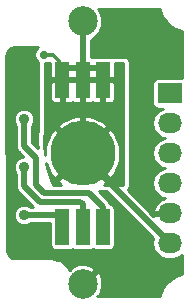
<source format=gbr>
G04 #@! TF.GenerationSoftware,KiCad,Pcbnew,(5.0.0)*
G04 #@! TF.CreationDate,2018-11-06T13:04:42+03:00*
G04 #@! TF.ProjectId,NeoP_6W,4E656F505F36572E6B696361645F7063,rev?*
G04 #@! TF.SameCoordinates,Original*
G04 #@! TF.FileFunction,Copper,L2,Bot,Signal*
G04 #@! TF.FilePolarity,Positive*
%FSLAX46Y46*%
G04 Gerber Fmt 4.6, Leading zero omitted, Abs format (unit mm)*
G04 Created by KiCad (PCBNEW (5.0.0)) date 11/06/18 13:04:42*
%MOMM*%
%LPD*%
G01*
G04 APERTURE LIST*
G04 #@! TA.AperFunction,ComponentPad*
%ADD10C,2.500000*%
G04 #@! TD*
G04 #@! TA.AperFunction,SMDPad,CuDef*
%ADD11R,1.200000X3.100000*%
G04 #@! TD*
G04 #@! TA.AperFunction,BGAPad,CuDef*
%ADD12C,5.500000*%
G04 #@! TD*
G04 #@! TA.AperFunction,ComponentPad*
%ADD13R,2.032000X1.727200*%
G04 #@! TD*
G04 #@! TA.AperFunction,ComponentPad*
%ADD14O,2.032000X1.727200*%
G04 #@! TD*
G04 #@! TA.AperFunction,ViaPad*
%ADD15C,0.700000*%
G04 #@! TD*
G04 #@! TA.AperFunction,ViaPad*
%ADD16C,0.900000*%
G04 #@! TD*
G04 #@! TA.AperFunction,Conductor*
%ADD17C,0.500000*%
G04 #@! TD*
G04 #@! TA.AperFunction,Conductor*
%ADD18C,0.300000*%
G04 #@! TD*
G04 #@! TA.AperFunction,Conductor*
%ADD19C,0.254000*%
G04 #@! TD*
G04 APERTURE END LIST*
D10*
G04 #@! TO.P,J?,*
G04 #@! TO.N,GND*
X114300000Y-100584000D03*
G04 #@! TD*
D11*
G04 #@! TO.P,D1,4*
G04 #@! TO.N,+5V*
X112600000Y-83315000D03*
G04 #@! TO.P,D1,5*
X114300000Y-83315000D03*
G04 #@! TO.P,D1,6*
X116000000Y-83315000D03*
D12*
G04 #@! TO.P,D1,*
X114300000Y-89535000D03*
D11*
G04 #@! TO.P,D1,1*
G04 #@! TO.N,Net-(D1-Pad1)*
X116000000Y-95755000D03*
G04 #@! TO.P,D1,2*
G04 #@! TO.N,Net-(D1-Pad2)*
X114300000Y-95755000D03*
G04 #@! TO.P,D1,3*
G04 #@! TO.N,Net-(D1-Pad3)*
X112600000Y-95755000D03*
G04 #@! TD*
D13*
G04 #@! TO.P,J1,1*
G04 #@! TO.N,TC*
X121666000Y-84455000D03*
D14*
G04 #@! TO.P,J1,2*
G04 #@! TO.N,B*
X121666000Y-86995000D03*
G04 #@! TO.P,J1,3*
G04 #@! TO.N,G*
X121666000Y-89535000D03*
G04 #@! TO.P,J1,4*
G04 #@! TO.N,R*
X121666000Y-92075000D03*
G04 #@! TO.P,J1,5*
G04 #@! TO.N,GND*
X121666000Y-94615000D03*
G04 #@! TO.P,J1,6*
G04 #@! TO.N,+5V*
X121666000Y-97155000D03*
G04 #@! TD*
D10*
G04 #@! TO.P,J?,*
G04 #@! TO.N,+5V*
X114300000Y-78359000D03*
G04 #@! TD*
D15*
G04 #@! TO.N,GND*
X108712000Y-83836000D03*
X111252000Y-95901000D03*
X117348000Y-95901000D03*
X119888000Y-83693000D03*
X109855000Y-83836000D03*
X119634000Y-87455500D03*
X119380000Y-91329000D03*
X121920000Y-81280000D03*
X119380000Y-78740000D03*
X118110000Y-100330000D03*
G04 #@! TO.N,+5V*
X110998000Y-81169000D03*
D16*
G04 #@! TO.N,Net-(D1-Pad2)*
X109347000Y-90694000D03*
G04 #@! TO.N,Net-(D1-Pad3)*
X109363000Y-94742000D03*
G04 #@! TO.N,Net-(D1-Pad1)*
X109347000Y-86630000D03*
G04 #@! TD*
D17*
G04 #@! TO.N,+5V*
X114300000Y-82315000D02*
X114300000Y-88535000D01*
X114300000Y-88535000D02*
X114300000Y-88908000D01*
X116000000Y-82315000D02*
X114300000Y-82315000D01*
X114300000Y-82315000D02*
X112600000Y-82315000D01*
X114300000Y-78359000D02*
X114300000Y-83315000D01*
X112282000Y-81997000D02*
X112600000Y-82315000D01*
D18*
X111760000Y-81169000D02*
X112282000Y-81691000D01*
X110998000Y-81169000D02*
X111760000Y-81169000D01*
X112282000Y-82997000D02*
X112600000Y-83315000D01*
X112282000Y-81691000D02*
X112282000Y-82997000D01*
D17*
X114300000Y-89789000D02*
X121666000Y-97155000D01*
X114300000Y-89535000D02*
X114300000Y-89789000D01*
G04 #@! TO.N,Net-(D1-Pad2)*
X109347000Y-90694000D02*
X109347000Y-92329000D01*
X109347000Y-92329000D02*
X110672999Y-93654999D01*
X114101999Y-93654999D02*
X114300000Y-93853000D01*
X110672999Y-93654999D02*
X114101999Y-93654999D01*
X114300000Y-94755000D02*
X114300000Y-93853000D01*
G04 #@! TO.N,Net-(D1-Pad3)*
X112587000Y-94742000D02*
X112600000Y-94755000D01*
X109363000Y-94742000D02*
X112587000Y-94742000D01*
G04 #@! TO.N,Net-(D1-Pad1)*
X116000000Y-95755000D02*
X116000000Y-96696000D01*
X109347000Y-86630000D02*
X109347000Y-88916000D01*
X116000000Y-95755000D02*
X116000000Y-94029000D01*
X116000000Y-94029000D02*
X114825989Y-92854989D01*
X114825989Y-92854989D02*
X111004373Y-92854989D01*
X110363000Y-92213616D02*
X110363000Y-89932000D01*
X111004373Y-92854989D02*
X110363000Y-92213616D01*
X109347000Y-88916000D02*
X110363000Y-89932000D01*
G04 #@! TD*
D19*
G04 #@! TO.N,GND*
G36*
X110339291Y-80728865D02*
X110221000Y-81014445D01*
X110221000Y-81323555D01*
X110339291Y-81609135D01*
X110557865Y-81827709D01*
X110571000Y-81833150D01*
X110571000Y-86852768D01*
X110445085Y-88615578D01*
X110446925Y-88695891D01*
X110495273Y-89106852D01*
X110024000Y-88635579D01*
X110024000Y-87193264D01*
X110090484Y-87126780D01*
X110224000Y-86804446D01*
X110224000Y-86455554D01*
X110090484Y-86133220D01*
X109843780Y-85886516D01*
X109521446Y-85753000D01*
X109172554Y-85753000D01*
X108850220Y-85886516D01*
X108603516Y-86133220D01*
X108470000Y-86455554D01*
X108470000Y-86804446D01*
X108603516Y-87126780D01*
X108670000Y-87193264D01*
X108670001Y-88849319D01*
X108656737Y-88916000D01*
X108703538Y-89151281D01*
X108709281Y-89180152D01*
X108858911Y-89404090D01*
X108915441Y-89441862D01*
X109290579Y-89817000D01*
X109172554Y-89817000D01*
X108850220Y-89950516D01*
X108603516Y-90197220D01*
X108470000Y-90519554D01*
X108470000Y-90868446D01*
X108603516Y-91190780D01*
X108670000Y-91257264D01*
X108670001Y-92262319D01*
X108656737Y-92329000D01*
X108689241Y-92492406D01*
X108709281Y-92593152D01*
X108858911Y-92817090D01*
X108915441Y-92854862D01*
X110125578Y-94065000D01*
X109926264Y-94065000D01*
X109859780Y-93998516D01*
X109537446Y-93865000D01*
X109188554Y-93865000D01*
X108866220Y-93998516D01*
X108619516Y-94245220D01*
X108486000Y-94567554D01*
X108486000Y-94916446D01*
X108619516Y-95238780D01*
X108866220Y-95485484D01*
X109188554Y-95619000D01*
X109537446Y-95619000D01*
X109859780Y-95485484D01*
X109926264Y-95419000D01*
X111564635Y-95419000D01*
X111564635Y-97305000D01*
X111597775Y-97471607D01*
X111692150Y-97612850D01*
X111833393Y-97707225D01*
X112000000Y-97740365D01*
X113200000Y-97740365D01*
X113366607Y-97707225D01*
X113450000Y-97651504D01*
X113533393Y-97707225D01*
X113700000Y-97740365D01*
X114900000Y-97740365D01*
X115066607Y-97707225D01*
X115150000Y-97651504D01*
X115233393Y-97707225D01*
X115400000Y-97740365D01*
X116600000Y-97740365D01*
X116766607Y-97707225D01*
X116907850Y-97612850D01*
X117002225Y-97471607D01*
X117035365Y-97305000D01*
X117035365Y-94205000D01*
X117002225Y-94038393D01*
X116907850Y-93897150D01*
X116766607Y-93802775D01*
X116640265Y-93777644D01*
X116637720Y-93764848D01*
X116488090Y-93540910D01*
X116431563Y-93503140D01*
X115684422Y-92756000D01*
X116309579Y-92756000D01*
X120282474Y-96728896D01*
X120197716Y-97155000D01*
X120297882Y-97658567D01*
X120583130Y-98085470D01*
X121010033Y-98370718D01*
X121386489Y-98445600D01*
X121945511Y-98445600D01*
X122321967Y-98370718D01*
X122688001Y-98126142D01*
X122688001Y-99765876D01*
X122247109Y-99897731D01*
X122185264Y-99926308D01*
X122123070Y-99954128D01*
X122117903Y-99957433D01*
X121664659Y-100251211D01*
X121613311Y-100296005D01*
X121561434Y-100340155D01*
X121557402Y-100344777D01*
X121204830Y-100753957D01*
X121168139Y-100811329D01*
X121130718Y-100868297D01*
X121128146Y-100873865D01*
X120904589Y-101365553D01*
X120885471Y-101430931D01*
X120865547Y-101496098D01*
X120864641Y-101502164D01*
X120849770Y-101606000D01*
X115550119Y-101606000D01*
X115754129Y-101483506D01*
X115987666Y-100858564D01*
X115964271Y-100191822D01*
X115754129Y-99684494D01*
X115519806Y-99543799D01*
X114479605Y-100584000D01*
X114493748Y-100598143D01*
X114314143Y-100777748D01*
X114300000Y-100763605D01*
X114285858Y-100777748D01*
X114106253Y-100598143D01*
X114120395Y-100584000D01*
X114106253Y-100569858D01*
X114285858Y-100390253D01*
X114300000Y-100404395D01*
X115340201Y-99364194D01*
X115199506Y-99129871D01*
X114574564Y-98896334D01*
X113907822Y-98919729D01*
X113400494Y-99129871D01*
X113259800Y-99364192D01*
X113182514Y-99286906D01*
X113137166Y-99332254D01*
X113116060Y-99281298D01*
X113116059Y-99281297D01*
X112895821Y-98951689D01*
X112895819Y-98951684D01*
X112826567Y-98882433D01*
X112757316Y-98813181D01*
X112757311Y-98813179D01*
X112427703Y-98592941D01*
X112427702Y-98592940D01*
X112352746Y-98561893D01*
X112246743Y-98517984D01*
X112246741Y-98517984D01*
X111857935Y-98440646D01*
X111857933Y-98440646D01*
X111809439Y-98431000D01*
X108631349Y-98431000D01*
X108357350Y-98379970D01*
X108160224Y-98258461D01*
X108020061Y-98074136D01*
X107945986Y-97818338D01*
X107943905Y-97775785D01*
X107817337Y-81322010D01*
X107870594Y-81019976D01*
X108002610Y-80791318D01*
X108204873Y-80621599D01*
X108474055Y-80523624D01*
X108606920Y-80512000D01*
X110556156Y-80512000D01*
X110339291Y-80728865D01*
X110339291Y-80728865D01*
G37*
X110339291Y-80728865D02*
X110221000Y-81014445D01*
X110221000Y-81323555D01*
X110339291Y-81609135D01*
X110557865Y-81827709D01*
X110571000Y-81833150D01*
X110571000Y-86852768D01*
X110445085Y-88615578D01*
X110446925Y-88695891D01*
X110495273Y-89106852D01*
X110024000Y-88635579D01*
X110024000Y-87193264D01*
X110090484Y-87126780D01*
X110224000Y-86804446D01*
X110224000Y-86455554D01*
X110090484Y-86133220D01*
X109843780Y-85886516D01*
X109521446Y-85753000D01*
X109172554Y-85753000D01*
X108850220Y-85886516D01*
X108603516Y-86133220D01*
X108470000Y-86455554D01*
X108470000Y-86804446D01*
X108603516Y-87126780D01*
X108670000Y-87193264D01*
X108670001Y-88849319D01*
X108656737Y-88916000D01*
X108703538Y-89151281D01*
X108709281Y-89180152D01*
X108858911Y-89404090D01*
X108915441Y-89441862D01*
X109290579Y-89817000D01*
X109172554Y-89817000D01*
X108850220Y-89950516D01*
X108603516Y-90197220D01*
X108470000Y-90519554D01*
X108470000Y-90868446D01*
X108603516Y-91190780D01*
X108670000Y-91257264D01*
X108670001Y-92262319D01*
X108656737Y-92329000D01*
X108689241Y-92492406D01*
X108709281Y-92593152D01*
X108858911Y-92817090D01*
X108915441Y-92854862D01*
X110125578Y-94065000D01*
X109926264Y-94065000D01*
X109859780Y-93998516D01*
X109537446Y-93865000D01*
X109188554Y-93865000D01*
X108866220Y-93998516D01*
X108619516Y-94245220D01*
X108486000Y-94567554D01*
X108486000Y-94916446D01*
X108619516Y-95238780D01*
X108866220Y-95485484D01*
X109188554Y-95619000D01*
X109537446Y-95619000D01*
X109859780Y-95485484D01*
X109926264Y-95419000D01*
X111564635Y-95419000D01*
X111564635Y-97305000D01*
X111597775Y-97471607D01*
X111692150Y-97612850D01*
X111833393Y-97707225D01*
X112000000Y-97740365D01*
X113200000Y-97740365D01*
X113366607Y-97707225D01*
X113450000Y-97651504D01*
X113533393Y-97707225D01*
X113700000Y-97740365D01*
X114900000Y-97740365D01*
X115066607Y-97707225D01*
X115150000Y-97651504D01*
X115233393Y-97707225D01*
X115400000Y-97740365D01*
X116600000Y-97740365D01*
X116766607Y-97707225D01*
X116907850Y-97612850D01*
X117002225Y-97471607D01*
X117035365Y-97305000D01*
X117035365Y-94205000D01*
X117002225Y-94038393D01*
X116907850Y-93897150D01*
X116766607Y-93802775D01*
X116640265Y-93777644D01*
X116637720Y-93764848D01*
X116488090Y-93540910D01*
X116431563Y-93503140D01*
X115684422Y-92756000D01*
X116309579Y-92756000D01*
X120282474Y-96728896D01*
X120197716Y-97155000D01*
X120297882Y-97658567D01*
X120583130Y-98085470D01*
X121010033Y-98370718D01*
X121386489Y-98445600D01*
X121945511Y-98445600D01*
X122321967Y-98370718D01*
X122688001Y-98126142D01*
X122688001Y-99765876D01*
X122247109Y-99897731D01*
X122185264Y-99926308D01*
X122123070Y-99954128D01*
X122117903Y-99957433D01*
X121664659Y-100251211D01*
X121613311Y-100296005D01*
X121561434Y-100340155D01*
X121557402Y-100344777D01*
X121204830Y-100753957D01*
X121168139Y-100811329D01*
X121130718Y-100868297D01*
X121128146Y-100873865D01*
X120904589Y-101365553D01*
X120885471Y-101430931D01*
X120865547Y-101496098D01*
X120864641Y-101502164D01*
X120849770Y-101606000D01*
X115550119Y-101606000D01*
X115754129Y-101483506D01*
X115987666Y-100858564D01*
X115964271Y-100191822D01*
X115754129Y-99684494D01*
X115519806Y-99543799D01*
X114479605Y-100584000D01*
X114493748Y-100598143D01*
X114314143Y-100777748D01*
X114300000Y-100763605D01*
X114285858Y-100777748D01*
X114106253Y-100598143D01*
X114120395Y-100584000D01*
X114106253Y-100569858D01*
X114285858Y-100390253D01*
X114300000Y-100404395D01*
X115340201Y-99364194D01*
X115199506Y-99129871D01*
X114574564Y-98896334D01*
X113907822Y-98919729D01*
X113400494Y-99129871D01*
X113259800Y-99364192D01*
X113182514Y-99286906D01*
X113137166Y-99332254D01*
X113116060Y-99281298D01*
X113116059Y-99281297D01*
X112895821Y-98951689D01*
X112895819Y-98951684D01*
X112826567Y-98882433D01*
X112757316Y-98813181D01*
X112757311Y-98813179D01*
X112427703Y-98592941D01*
X112427702Y-98592940D01*
X112352746Y-98561893D01*
X112246743Y-98517984D01*
X112246741Y-98517984D01*
X111857935Y-98440646D01*
X111857933Y-98440646D01*
X111809439Y-98431000D01*
X108631349Y-98431000D01*
X108357350Y-98379970D01*
X108160224Y-98258461D01*
X108020061Y-98074136D01*
X107945986Y-97818338D01*
X107943905Y-97775785D01*
X107817337Y-81322010D01*
X107870594Y-81019976D01*
X108002610Y-80791318D01*
X108204873Y-80621599D01*
X108474055Y-80523624D01*
X108606920Y-80512000D01*
X110556156Y-80512000D01*
X110339291Y-80728865D01*
G36*
X120979731Y-77777891D02*
X121008307Y-77839735D01*
X121036128Y-77901931D01*
X121039431Y-77907094D01*
X121039433Y-77907098D01*
X121039436Y-77907101D01*
X121333211Y-78360342D01*
X121378003Y-78411688D01*
X121422155Y-78463566D01*
X121426777Y-78467598D01*
X121835956Y-78820169D01*
X121893318Y-78856854D01*
X121950297Y-78894282D01*
X121955865Y-78896854D01*
X122447553Y-79120411D01*
X122512921Y-79139526D01*
X122578098Y-79159453D01*
X122584164Y-79160359D01*
X122688000Y-79175230D01*
X122688000Y-83157229D01*
X122682000Y-83156035D01*
X120650000Y-83156035D01*
X120483393Y-83189175D01*
X120342150Y-83283550D01*
X120247775Y-83424793D01*
X120214635Y-83591400D01*
X120214635Y-85318600D01*
X120247775Y-85485207D01*
X120342150Y-85626450D01*
X120483393Y-85720825D01*
X120650000Y-85753965D01*
X121137310Y-85753965D01*
X121010033Y-85779282D01*
X120583130Y-86064530D01*
X120297882Y-86491433D01*
X120197716Y-86995000D01*
X120297882Y-87498567D01*
X120583130Y-87925470D01*
X121010033Y-88210718D01*
X121282926Y-88265000D01*
X121010033Y-88319282D01*
X120583130Y-88604530D01*
X120297882Y-89031433D01*
X120197716Y-89535000D01*
X120297882Y-90038567D01*
X120583130Y-90465470D01*
X121010033Y-90750718D01*
X121282926Y-90805000D01*
X121010033Y-90859282D01*
X120583130Y-91144530D01*
X120297882Y-91571433D01*
X120197716Y-92075000D01*
X120297882Y-92578567D01*
X120583130Y-93005470D01*
X121010033Y-93290718D01*
X121298860Y-93348169D01*
X120860269Y-93500248D01*
X120483404Y-93835122D01*
X120264943Y-94288649D01*
X120336582Y-94488000D01*
X121539000Y-94488000D01*
X121539000Y-94468000D01*
X121793000Y-94468000D01*
X121793000Y-94488000D01*
X121813000Y-94488000D01*
X121813000Y-94742000D01*
X121793000Y-94742000D01*
X121793000Y-94762000D01*
X121539000Y-94762000D01*
X121539000Y-94742000D01*
X120336582Y-94742000D01*
X120303230Y-94834808D01*
X118122820Y-92654398D01*
X118157935Y-92630935D01*
X118250497Y-92492406D01*
X118283000Y-92329000D01*
X118283000Y-81788000D01*
X118250497Y-81624594D01*
X118157935Y-81486065D01*
X118019406Y-81393503D01*
X117856000Y-81361000D01*
X116757683Y-81361000D01*
X116600000Y-81329635D01*
X115400000Y-81329635D01*
X115242317Y-81361000D01*
X115057683Y-81361000D01*
X114977000Y-81344951D01*
X114977000Y-79893749D01*
X115249944Y-79780692D01*
X115721692Y-79308944D01*
X115977000Y-78692576D01*
X115977000Y-78025424D01*
X115721692Y-77409056D01*
X115649636Y-77337000D01*
X120847877Y-77337000D01*
X120979731Y-77777891D01*
X120979731Y-77777891D01*
G37*
X120979731Y-77777891D02*
X121008307Y-77839735D01*
X121036128Y-77901931D01*
X121039431Y-77907094D01*
X121039433Y-77907098D01*
X121039436Y-77907101D01*
X121333211Y-78360342D01*
X121378003Y-78411688D01*
X121422155Y-78463566D01*
X121426777Y-78467598D01*
X121835956Y-78820169D01*
X121893318Y-78856854D01*
X121950297Y-78894282D01*
X121955865Y-78896854D01*
X122447553Y-79120411D01*
X122512921Y-79139526D01*
X122578098Y-79159453D01*
X122584164Y-79160359D01*
X122688000Y-79175230D01*
X122688000Y-83157229D01*
X122682000Y-83156035D01*
X120650000Y-83156035D01*
X120483393Y-83189175D01*
X120342150Y-83283550D01*
X120247775Y-83424793D01*
X120214635Y-83591400D01*
X120214635Y-85318600D01*
X120247775Y-85485207D01*
X120342150Y-85626450D01*
X120483393Y-85720825D01*
X120650000Y-85753965D01*
X121137310Y-85753965D01*
X121010033Y-85779282D01*
X120583130Y-86064530D01*
X120297882Y-86491433D01*
X120197716Y-86995000D01*
X120297882Y-87498567D01*
X120583130Y-87925470D01*
X121010033Y-88210718D01*
X121282926Y-88265000D01*
X121010033Y-88319282D01*
X120583130Y-88604530D01*
X120297882Y-89031433D01*
X120197716Y-89535000D01*
X120297882Y-90038567D01*
X120583130Y-90465470D01*
X121010033Y-90750718D01*
X121282926Y-90805000D01*
X121010033Y-90859282D01*
X120583130Y-91144530D01*
X120297882Y-91571433D01*
X120197716Y-92075000D01*
X120297882Y-92578567D01*
X120583130Y-93005470D01*
X121010033Y-93290718D01*
X121298860Y-93348169D01*
X120860269Y-93500248D01*
X120483404Y-93835122D01*
X120264943Y-94288649D01*
X120336582Y-94488000D01*
X121539000Y-94488000D01*
X121539000Y-94468000D01*
X121793000Y-94468000D01*
X121793000Y-94488000D01*
X121813000Y-94488000D01*
X121813000Y-94742000D01*
X121793000Y-94742000D01*
X121793000Y-94762000D01*
X121539000Y-94762000D01*
X121539000Y-94742000D01*
X120336582Y-94742000D01*
X120303230Y-94834808D01*
X118122820Y-92654398D01*
X118157935Y-92630935D01*
X118250497Y-92492406D01*
X118283000Y-92329000D01*
X118283000Y-81788000D01*
X118250497Y-81624594D01*
X118157935Y-81486065D01*
X118019406Y-81393503D01*
X117856000Y-81361000D01*
X116757683Y-81361000D01*
X116600000Y-81329635D01*
X115400000Y-81329635D01*
X115242317Y-81361000D01*
X115057683Y-81361000D01*
X114977000Y-81344951D01*
X114977000Y-79893749D01*
X115249944Y-79780692D01*
X115721692Y-79308944D01*
X115977000Y-78692576D01*
X115977000Y-78025424D01*
X115721692Y-77409056D01*
X115649636Y-77337000D01*
X120847877Y-77337000D01*
X120979731Y-77777891D01*
G04 #@! TO.N,+5V*
G36*
X111573000Y-83081250D02*
X111679750Y-83188000D01*
X112473000Y-83188000D01*
X112473000Y-83168000D01*
X112727000Y-83168000D01*
X112727000Y-83188000D01*
X114173000Y-83188000D01*
X114173000Y-83168000D01*
X114427000Y-83168000D01*
X114427000Y-83188000D01*
X115873000Y-83188000D01*
X115873000Y-83168000D01*
X116127000Y-83168000D01*
X116127000Y-83188000D01*
X116920250Y-83188000D01*
X117027000Y-83081250D01*
X117027000Y-81915000D01*
X117729000Y-81915000D01*
X117729000Y-92202000D01*
X116121523Y-92202000D01*
X116423382Y-91837987D01*
X114300000Y-89714605D01*
X112176618Y-91837987D01*
X112458565Y-92177989D01*
X111834662Y-92177989D01*
X111249056Y-90772535D01*
X111199543Y-90351678D01*
X111606574Y-91334483D01*
X111606765Y-91334768D01*
X111997013Y-91658382D01*
X114120395Y-89535000D01*
X114479605Y-89535000D01*
X116602987Y-91658382D01*
X116993235Y-91334768D01*
X117476966Y-90167113D01*
X117477034Y-88903224D01*
X116993426Y-87735517D01*
X116993235Y-87735232D01*
X116602987Y-87411618D01*
X114479605Y-89535000D01*
X114120395Y-89535000D01*
X111997013Y-87411618D01*
X111606765Y-87735232D01*
X111123034Y-88902887D01*
X111122991Y-89700982D01*
X110998532Y-88643078D01*
X111099322Y-87232013D01*
X112176618Y-87232013D01*
X114300000Y-89355395D01*
X116423382Y-87232013D01*
X116099768Y-86841765D01*
X114932113Y-86358034D01*
X113668224Y-86357966D01*
X112500517Y-86841574D01*
X112500232Y-86841765D01*
X112176618Y-87232013D01*
X111099322Y-87232013D01*
X111124677Y-86877048D01*
X111125000Y-86868000D01*
X111125000Y-83548750D01*
X111573000Y-83548750D01*
X111573000Y-84949935D01*
X111638007Y-85106876D01*
X111758124Y-85226993D01*
X111915064Y-85292000D01*
X112366250Y-85292000D01*
X112473000Y-85185250D01*
X112473000Y-83442000D01*
X112727000Y-83442000D01*
X112727000Y-85185250D01*
X112833750Y-85292000D01*
X113284936Y-85292000D01*
X113441876Y-85226993D01*
X113450000Y-85218869D01*
X113458124Y-85226993D01*
X113615064Y-85292000D01*
X114066250Y-85292000D01*
X114173000Y-85185250D01*
X114173000Y-83442000D01*
X114427000Y-83442000D01*
X114427000Y-85185250D01*
X114533750Y-85292000D01*
X114984936Y-85292000D01*
X115141876Y-85226993D01*
X115150000Y-85218869D01*
X115158124Y-85226993D01*
X115315064Y-85292000D01*
X115766250Y-85292000D01*
X115873000Y-85185250D01*
X115873000Y-83442000D01*
X116127000Y-83442000D01*
X116127000Y-85185250D01*
X116233750Y-85292000D01*
X116684936Y-85292000D01*
X116841876Y-85226993D01*
X116961993Y-85106876D01*
X117027000Y-84949935D01*
X117027000Y-83548750D01*
X116920250Y-83442000D01*
X116127000Y-83442000D01*
X115873000Y-83442000D01*
X114427000Y-83442000D01*
X114173000Y-83442000D01*
X112727000Y-83442000D01*
X112473000Y-83442000D01*
X111679750Y-83442000D01*
X111573000Y-83548750D01*
X111125000Y-83548750D01*
X111125000Y-81915000D01*
X111573000Y-81915000D01*
X111573000Y-83081250D01*
X111573000Y-83081250D01*
G37*
X111573000Y-83081250D02*
X111679750Y-83188000D01*
X112473000Y-83188000D01*
X112473000Y-83168000D01*
X112727000Y-83168000D01*
X112727000Y-83188000D01*
X114173000Y-83188000D01*
X114173000Y-83168000D01*
X114427000Y-83168000D01*
X114427000Y-83188000D01*
X115873000Y-83188000D01*
X115873000Y-83168000D01*
X116127000Y-83168000D01*
X116127000Y-83188000D01*
X116920250Y-83188000D01*
X117027000Y-83081250D01*
X117027000Y-81915000D01*
X117729000Y-81915000D01*
X117729000Y-92202000D01*
X116121523Y-92202000D01*
X116423382Y-91837987D01*
X114300000Y-89714605D01*
X112176618Y-91837987D01*
X112458565Y-92177989D01*
X111834662Y-92177989D01*
X111249056Y-90772535D01*
X111199543Y-90351678D01*
X111606574Y-91334483D01*
X111606765Y-91334768D01*
X111997013Y-91658382D01*
X114120395Y-89535000D01*
X114479605Y-89535000D01*
X116602987Y-91658382D01*
X116993235Y-91334768D01*
X117476966Y-90167113D01*
X117477034Y-88903224D01*
X116993426Y-87735517D01*
X116993235Y-87735232D01*
X116602987Y-87411618D01*
X114479605Y-89535000D01*
X114120395Y-89535000D01*
X111997013Y-87411618D01*
X111606765Y-87735232D01*
X111123034Y-88902887D01*
X111122991Y-89700982D01*
X110998532Y-88643078D01*
X111099322Y-87232013D01*
X112176618Y-87232013D01*
X114300000Y-89355395D01*
X116423382Y-87232013D01*
X116099768Y-86841765D01*
X114932113Y-86358034D01*
X113668224Y-86357966D01*
X112500517Y-86841574D01*
X112500232Y-86841765D01*
X112176618Y-87232013D01*
X111099322Y-87232013D01*
X111124677Y-86877048D01*
X111125000Y-86868000D01*
X111125000Y-83548750D01*
X111573000Y-83548750D01*
X111573000Y-84949935D01*
X111638007Y-85106876D01*
X111758124Y-85226993D01*
X111915064Y-85292000D01*
X112366250Y-85292000D01*
X112473000Y-85185250D01*
X112473000Y-83442000D01*
X112727000Y-83442000D01*
X112727000Y-85185250D01*
X112833750Y-85292000D01*
X113284936Y-85292000D01*
X113441876Y-85226993D01*
X113450000Y-85218869D01*
X113458124Y-85226993D01*
X113615064Y-85292000D01*
X114066250Y-85292000D01*
X114173000Y-85185250D01*
X114173000Y-83442000D01*
X114427000Y-83442000D01*
X114427000Y-85185250D01*
X114533750Y-85292000D01*
X114984936Y-85292000D01*
X115141876Y-85226993D01*
X115150000Y-85218869D01*
X115158124Y-85226993D01*
X115315064Y-85292000D01*
X115766250Y-85292000D01*
X115873000Y-85185250D01*
X115873000Y-83442000D01*
X116127000Y-83442000D01*
X116127000Y-85185250D01*
X116233750Y-85292000D01*
X116684936Y-85292000D01*
X116841876Y-85226993D01*
X116961993Y-85106876D01*
X117027000Y-84949935D01*
X117027000Y-83548750D01*
X116920250Y-83442000D01*
X116127000Y-83442000D01*
X115873000Y-83442000D01*
X114427000Y-83442000D01*
X114173000Y-83442000D01*
X112727000Y-83442000D01*
X112473000Y-83442000D01*
X111679750Y-83442000D01*
X111573000Y-83548750D01*
X111125000Y-83548750D01*
X111125000Y-81915000D01*
X111573000Y-81915000D01*
X111573000Y-83081250D01*
G04 #@! TD*
M02*

</source>
